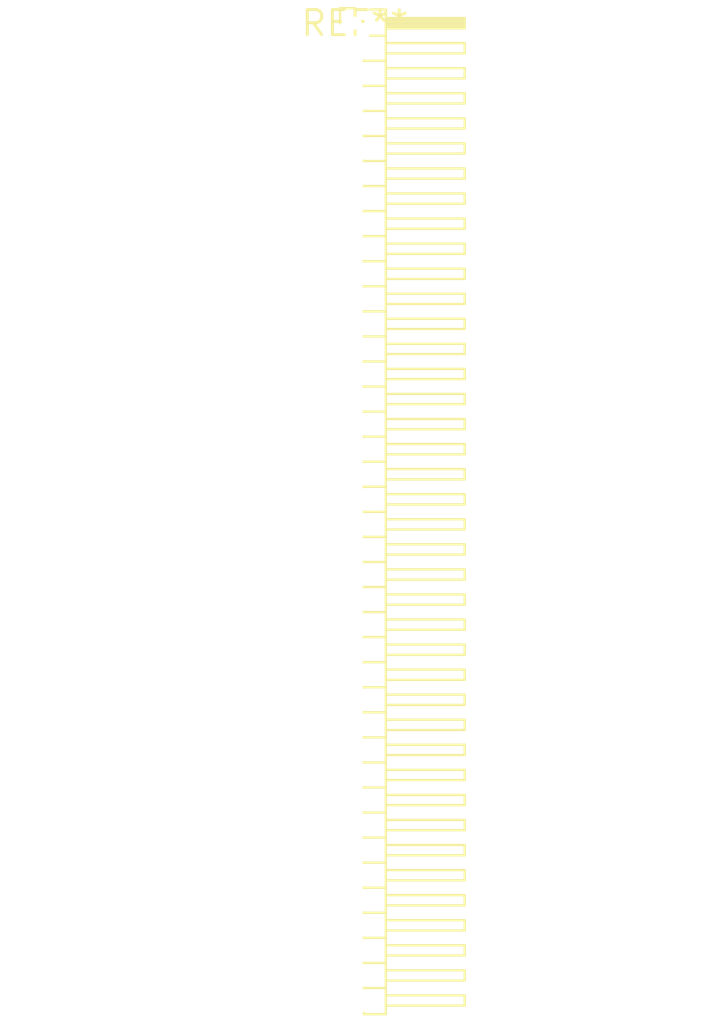
<source format=kicad_pcb>
(kicad_pcb (version 20240108) (generator pcbnew)
  (layers (0 "F.Cu" signal) (31 "B.Cu" signal) (34 "B.Paste" user) (35 "F.Paste" user) (36 "B.SilkS" user "B.Silkscreen") (37 "F.SilkS" user "F.Silkscreen") (38 "B.Mask" user) (39 "F.Mask" user) (44 "Edge.Cuts" user))
  (net 0 "")
  (footprint "PinHeader_1x40_P1.27mm_Horizontal" (layer "F.Cu") (at 0 0)
    (property "Reference" "REF**")
    (property "Value" "PinHeader_1x40_P1.27mm_Horizontal")
    (fp_line (start -0.76 -0.76) (end 0 -0.76) (layer "F.SilkS") (stroke (width 0.12)))
    (fp_line (start -0.76 0) (end -0.76 -0.76) (layer "F.SilkS") (stroke (width 0.12)))
    (fp_line (start 0.44 1.889677) (end 0.44 1.920323) (layer "F.SilkS") (stroke (width 0.12)))
    (fp_line (start 0.44 1.905) (end 1.56 1.905) (layer "F.SilkS") (stroke (width 0.12)))
    (fp_line (start 0.44 3.159677) (end 0.44 3.190323) (layer "F.SilkS") (stroke (width 0.12)))
    (fp_line (start 0.44 3.175) (end 1.56 3.175) (layer "F.SilkS") (stroke (width 0.12)))
    (fp_line (start 0.44 4.429677) (end 0.44 4.460323) (layer "F.SilkS") (stroke (width 0.12)))
    (fp_line (start 0.44 4.445) (end 1.56 4.445) (layer "F.SilkS") (stroke (width 0.12)))
    (fp_line (start 0.44 5.699677) (end 0.44 5.730323) (layer "F.SilkS") (stroke (width 0.12)))
    (fp_line (start 0.44 5.715) (end 1.56 5.715) (layer "F.SilkS") (stroke (width 0.12)))
    (fp_line (start 0.44 6.969677) (end 0.44 7.000323) (layer "F.SilkS") (stroke (width 0.12)))
    (fp_line (start 0.44 6.985) (end 1.56 6.985) (layer "F.SilkS") (stroke (width 0.12)))
    (fp_line (start 0.44 8.239677) (end 0.44 8.270323) (layer "F.SilkS") (stroke (width 0.12)))
    (fp_line (start 0.44 8.255) (end 1.56 8.255) (layer "F.SilkS") (stroke (width 0.12)))
    (fp_line (start 0.44 9.509677) (end 0.44 9.540323) (layer "F.SilkS") (stroke (width 0.12)))
    (fp_line (start 0.44 9.525) (end 1.56 9.525) (layer "F.SilkS") (stroke (width 0.12)))
    (fp_line (start 0.44 10.779677) (end 0.44 10.810323) (layer "F.SilkS") (stroke (width 0.12)))
    (fp_line (start 0.44 10.795) (end 1.56 10.795) (layer "F.SilkS") (stroke (width 0.12)))
    (fp_line (start 0.44 12.049677) (end 0.44 12.080323) (layer "F.SilkS") (stroke (width 0.12)))
    (fp_line (start 0.44 12.065) (end 1.56 12.065) (layer "F.SilkS") (stroke (width 0.12)))
    (fp_line (start 0.44 13.319677) (end 0.44 13.350323) (layer "F.SilkS") (stroke (width 0.12)))
    (fp_line (start 0.44 13.335) (end 1.56 13.335) (layer "F.SilkS") (stroke (width 0.12)))
    (fp_line (start 0.44 14.589677) (end 0.44 14.620323) (layer "F.SilkS") (stroke (width 0.12)))
    (fp_line (start 0.44 14.605) (end 1.56 14.605) (layer "F.SilkS") (stroke (width 0.12)))
    (fp_line (start 0.44 15.859677) (end 0.44 15.890323) (layer "F.SilkS") (stroke (width 0.12)))
    (fp_line (start 0.44 15.875) (end 1.56 15.875) (layer "F.SilkS") (stroke (width 0.12)))
    (fp_line (start 0.44 17.129677) (end 0.44 17.160323) (layer "F.SilkS") (stroke (width 0.12)))
    (fp_line (start 0.44 17.145) (end 1.56 17.145) (layer "F.SilkS") (stroke (width 0.12)))
    (fp_line (start 0.44 18.399677) (end 0.44 18.430323) (layer "F.SilkS") (stroke (width 0.12)))
    (fp_line (start 0.44 18.415) (end 1.56 18.415) (layer "F.SilkS") (stroke (width 0.12)))
    (fp_line (start 0.44 19.669677) (end 0.44 19.700323) (layer "F.SilkS") (stroke (width 0.12)))
    (fp_line (start 0.44 19.685) (end 1.56 19.685) (layer "F.SilkS") (stroke (width 0.12)))
    (fp_line (start 0.44 20.939677) (end 0.44 20.970323) (layer "F.SilkS") (stroke (width 0.12)))
    (fp_line (start 0.44 20.955) (end 1.56 20.955) (layer "F.SilkS") (stroke (width 0.12)))
    (fp_line (start 0.44 22.209677) (end 0.44 22.240323) (layer "F.SilkS") (stroke (width 0.12)))
    (fp_line (start 0.44 22.225) (end 1.56 22.225) (layer "F.SilkS") (stroke (width 0.12)))
    (fp_line (start 0.44 23.479677) (end 0.44 23.510323) (layer "F.SilkS") (stroke (width 0.12)))
    (fp_line (start 0.44 23.495) (end 1.56 23.495) (layer "F.SilkS") (stroke (width 0.12)))
    (fp_line (start 0.44 24.749677) (end 0.44 24.780323) (layer "F.SilkS") (stroke (width 0.12)))
    (fp_line (start 0.44 24.765) (end 1.56 24.765) (layer "F.SilkS") (stroke (width 0.12)))
    (fp_line (start 0.44 26.019677) (end 0.44 26.050323) (layer "F.SilkS") (stroke (width 0.12)))
    (fp_line (start 0.44 26.035) (end 1.56 26.035) (layer "F.SilkS") (stroke (width 0.12)))
    (fp_line (start 0.44 27.289677) (end 0.44 27.320323) (layer "F.SilkS") (stroke (width 0.12)))
    (fp_line (start 0.44 27.305) (end 1.56 27.305) (layer "F.SilkS") (stroke (width 0.12)))
    (fp_line (start 0.44 28.559677) (end 0.44 28.590323) (layer "F.SilkS") (stroke (width 0.12)))
    (fp_line (start 0.44 28.575) (end 1.56 28.575) (layer "F.SilkS") (stroke (width 0.12)))
    (fp_line (start 0.44 29.829677) (end 0.44 29.860323) (layer "F.SilkS") (stroke (width 0.12)))
    (fp_line (start 0.44 29.845) (end 1.56 29.845) (layer "F.SilkS") (stroke (width 0.12)))
    (fp_line (start 0.44 31.099677) (end 0.44 31.130323) (layer "F.SilkS") (stroke (width 0.12)))
    (fp_line (start 0.44 31.115) (end 1.56 31.115) (layer "F.SilkS") (stroke (width 0.12)))
    (fp_line (start 0.44 32.369677) (end 0.44 32.400323) (layer "F.SilkS") (stroke (width 0.12)))
    (fp_line (start 0.44 32.385) (end 1.56 32.385) (layer "F.SilkS") (stroke (width 0.12)))
    (fp_line (start 0.44 33.639677) (end 0.44 33.670323) (layer "F.SilkS") (stroke (width 0.12)))
    (fp_line (start 0.44 33.655) (end 1.56 33.655) (layer "F.SilkS") (stroke (width 0.12)))
    (fp_line (start 0.44 34.909677) (end 0.44 34.940323) (layer "F.SilkS") (stroke (width 0.12)))
    (fp_line (start 0.44 34.925) (end 1.56 34.925) (layer "F.SilkS") (stroke (width 0.12)))
    (fp_line (start 0.44 36.179677) (end 0.44 36.210323) (layer "F.SilkS") (stroke (width 0.12)))
    (fp_line (start 0.44 36.195) (end 1.56 36.195) (layer "F.SilkS") (stroke (width 0.12)))
    (fp_line (start 0.44 37.449677) (end 0.44 37.480323) (layer "F.SilkS") (stroke (width 0.12)))
    (fp_line (start 0.44 37.465) (end 1.56 37.465) (layer "F.SilkS") (stroke (width 0.12)))
    (fp_line (start 0.44 38.719677) (end 0.44 38.750323) (layer "F.SilkS") (stroke (width 0.12)))
    (fp_line (start 0.44 38.735) (end 1.56 38.735) (layer "F.SilkS") (stroke (width 0.12)))
    (fp_line (start 0.44 39.989677) (end 0.44 40.020323) (layer "F.SilkS") (stroke (width 0.12)))
    (fp_line (start 0.44 40.005) (end 1.56 40.005) (layer "F.SilkS") (stroke (width 0.12)))
    (fp_line (start 0.44 41.259677) (end 0.44 41.290323) (layer "F.SilkS") (stroke (width 0.12)))
    (fp_line (start 0.44 41.275) (end 1.56 41.275) (layer "F.SilkS") (stroke (width 0.12)))
    (fp_line (start 0.44 42.529677) (end 0.44 42.560323) (layer "F.SilkS") (stroke (width 0.12)))
    (fp_line (start 0.44 42.545) (end 1.56 42.545) (layer "F.SilkS") (stroke (width 0.12)))
    (fp_line (start 0.44 43.799677) (end 0.44 43.830323) (layer "F.SilkS") (stroke (width 0.12)))
    (fp_line (start 0.44 43.815) (end 1.56 43.815) (layer "F.SilkS") (stroke (width 0.12)))
    (fp_line (start 0.44 45.069677) (end 0.44 45.100323) (layer "F.SilkS") (stroke (width 0.12)))
    (fp_line (start 0.44 45.085) (end 1.56 45.085) (layer "F.SilkS") (stroke (width 0.12)))
    (fp_line (start 0.44 46.339677) (end 0.44 46.370323) (layer "F.SilkS") (stroke (width 0.12)))
    (fp_line (start 0.44 46.355) (end 1.56 46.355) (layer "F.SilkS") (stroke (width 0.12)))
    (fp_line (start 0.44 47.609677) (end 0.44 47.640323) (layer "F.SilkS") (stroke (width 0.12)))
    (fp_line (start 0.44 47.625) (end 1.56 47.625) (layer "F.SilkS") (stroke (width 0.12)))
    (fp_line (start 0.44 48.879677) (end 0.44 48.910323) (layer "F.SilkS") (stroke (width 0.12)))
    (fp_line (start 0.44 48.895) (end 1.56 48.895) (layer "F.SilkS") (stroke (width 0.12)))
    (fp_line (start 0.44 50.225) (end 0.44 50.149677) (layer "F.SilkS") (stroke (width 0.12)))
    (fp_line (start 0.76 -0.695) (end 1.56 -0.695) (layer "F.SilkS") (stroke (width 0.12)))
    (fp_line (start 0.76 0.635) (end 1.56 0.635) (layer "F.SilkS") (stroke (width 0.12)))
    (fp_line (start 1.56 -0.695) (end 1.56 50.225) (layer "F.SilkS") (stroke (width 0.12)))
    (fp_line (start 1.56 -0.26) (end 5.56 -0.26) (layer "F.SilkS") (stroke (width 0.12)))
    (fp_line (start 1.56 -0.2) (end 5.56 -0.2) (layer "F.SilkS") (stroke (width 0.12)))
    (fp_line (start 1.56 -0.08) (end 5.56 -0.08) (layer "F.SilkS") (stroke (width 0.12)))
    (fp_line (start 1.56 0.04) (end 5.56 0.04) (layer "F.SilkS") (stroke (width 0.12)))
    (fp_line (start 1.56 0.16) (end 5.56 0.16) (layer "F.SilkS") (stroke (width 0.12)))
    (fp_line (start 1.56 1.01) (end 5.56 1.01) (layer "F.SilkS") (stroke (width 0.12)))
    (fp_line (start 1.56 2.28) (end 5.56 2.28) (layer "F.SilkS") (stroke (width 0.12)))
    (fp_line (start 1.56 3.55) (end 5.56 3.55) (layer "F.SilkS") (stroke (width 0.12)))
    (fp_line (start 1.56 4.82) (end 5.56 4.82) (layer "F.SilkS") (stroke (width 0.12)))
    (fp_line (start 1.56 6.09) (end 5.56 6.09) (layer "F.SilkS") (stroke (width 0.12)))
    (fp_line (start 1.56 7.36) (end 5.56 7.36) (layer "F.SilkS") (stroke (width 0.12)))
    (fp_line (start 1.56 8.63) (end 5.56 8.63) (layer "F.SilkS") (stroke (width 0.12)))
    (fp_line (start 1.56 9.9) (end 5.56 9.9) (layer "F.SilkS") (stroke (width 0.12)))
    (fp_line (start 1.56 11.17) (end 5.56 11.17) (layer "F.SilkS") (stroke (width 0.12)))
    (fp_line (start 1.56 12.44) (end 5.56 12.44) (layer "F.SilkS") (stroke (width 0.12)))
    (fp_line (start 1.56 13.71) (end 5.56 13.71) (layer "F.SilkS") (stroke (width 0.12)))
    (fp_line (start 1.56 14.98) (end 5.56 14.98) (layer "F.SilkS") (stroke (width 0.12)))
    (fp_line (start 1.56 16.25) (end 5.56 16.25) (layer "F.SilkS") (stroke (width 0.12)))
    (fp_line (start 1.56 17.52) (end 5.56 17.52) (layer "F.SilkS") (stroke (width 0.12)))
    (fp_line (start 1.56 18.79) (end 5.56 18.79) (layer "F.SilkS") (stroke (width 0.12)))
    (fp_line (start 1.56 20.06) (end 5.56 20.06) (layer "F.SilkS") (stroke (width 0.12)))
    (fp_line (start 1.56 21.33) (end 5.56 21.33) (layer "F.SilkS") (stroke (width 0.12)))
    (fp_line (start 1.56 22.6) (end 5.56 22.6) (layer "F.SilkS") (stroke (width 0.12)))
    (fp_line (start 1.56 23.87) (end 5.56 23.87) (layer "F.SilkS") (stroke (width 0.12)))
    (fp_line (start 1.56 25.14) (end 5.56 25.14) (layer "F.SilkS") (stroke (width 0.12)))
    (fp_line (start 1.56 26.41) (end 5.56 26.41) (layer "F.SilkS") (stroke (width 0.12)))
    (fp_line (start 1.56 27.68) (end 5.56 27.68) (layer "F.SilkS") (stroke (width 0.12)))
    (fp_line (start 1.56 28.95) (end 5.56 28.95) (layer "F.SilkS") (stroke (width 0.12)))
    (fp_line (start 1.56 30.22) (end 5.56 30.22) (layer "F.SilkS") (stroke (width 0.12)))
    (fp_line (start 1.56 31.49) (end 5.56 31.49) (layer "F.SilkS") (stroke (width 0.12)))
    (fp_line (start 1.56 32.76) (end 5.56 32.76) (layer "F.SilkS") (stroke (width 0.12)))
    (fp_line (start 1.56 34.03) (end 5.56 34.03) (layer "F.SilkS") (stroke (width 0.12)))
    (fp_line (start 1.56 35.3) (end 5.56 35.3) (layer "F.SilkS") (stroke (width 0.12)))
    (fp_line (start 1.56 36.57) (end 5.56 36.57) (layer "F.SilkS") (stroke (width 0.12)))
    (fp_line (start 1.56 37.84) (end 5.56 37.84) (layer "F.SilkS") (stroke (width 0.12)))
    (fp_line (start 1.56 39.11) (end 5.56 39.11) (layer "F.SilkS") (stroke (width 0.12)))
    (fp_line (start 1.56 40.38) (end 5.56 40.38) (layer "F.SilkS") (stroke (width 0.12)))
    (fp_line (start 1.56 41.65) (end 5.56 41.65) (layer "F.SilkS") (stroke (width 0.12)))
    (fp_line (start 1.56 42.92) (end 5.56 42.92) (layer "F.SilkS") (stroke (width 0.12)))
    (fp_line (start 1.56 44.19) (end 5.56 44.19) (layer "F.SilkS") (stroke (width 0.12)))
    (fp_line (start 1.56 45.46) (end 5.56 45.46) (layer "F.SilkS") (stroke (width 0.12)))
    (fp_line (start 1.56 46.73) (end 5.56 46.73) (layer "F.SilkS") (stroke (width 0.12)))
    (fp_line (start 1.56 48) (end 5.56 48) (layer "F.SilkS") (stroke (width 0.12)))
    (fp_line (start 1.56 49.27) (end 5.56 49.27) (layer "F.SilkS") (stroke (width 0.12)))
    (fp_line (start 1.56 50.225) (end 0.44 50.225) (layer "F.SilkS") (stroke (width 0.12)))
    (fp_line (start 5.56 -0.26) (end 5.56 0.26) (layer "F.SilkS") (stroke (width 0.12)))
    (fp_line (start 5.56 0.26) (end 1.56 0.26) (layer "F.SilkS") (stroke (width 0.12)))
    (fp_line (start 5.56 1.01) (end 5.56 1.53) (layer "F.SilkS") (stroke (width 0.12)))
    (fp_line (start 5.56 1.53) (end 1.56 1.53) (layer "F.SilkS") (stroke (width 0.12)))
    (fp_line (start 5.56 2.28) (end 5.56 2.8) (layer "F.SilkS") (stroke (width 0.12)))
    (fp_line (start 5.56 2.8) (end 1.56 2.8) (layer "F.SilkS") (stroke (width 0.12)))
    (fp_line (start 5.56 3.55) (end 5.56 4.07) (layer "F.SilkS") (stroke (width 0.12)))
    (fp_line (start 5.56 4.07) (end 1.56 4.07) (layer "F.SilkS") (stroke (width 0.12)))
    (fp_line (start 5.56 4.82) (end 5.56 5.34) (layer "F.SilkS") (stroke (width 0.12)))
    (fp_line (start 5.56 5.34) (end 1.56 5.34) (layer "F.SilkS") (stroke (width 0.12)))
    (fp_line (start 5.56 6.09) (end 5.56 6.61) (layer "F.SilkS") (stroke (width 0.12)))
    (fp_line (start 5.56 6.61) (end 1.56 6.61) (layer "F.SilkS") (stroke (width 0.12)))
    (fp_line (start 5.56 7.36) (end 5.56 7.88) (layer "F.SilkS") (stroke (width 0.12)))
    (fp_line (start 5.56 7.88) (end 1.56 7.88) (layer "F.SilkS") (stroke (width 0.12)))
    (fp_line (start 5.56 8.63) (end 5.56 9.15) (layer "F.SilkS") (stroke (width 0.12)))
    (fp_line (start 5.56 9.15) (end 1.56 9.15) (layer "F.SilkS") (stroke (width 0.12)))
    (fp_line (start 5.56 9.9) (end 5.56 10.42) (layer "F.SilkS") (stroke (width 0.12)))
    (fp_line (start 5.56 10.42) (end 1.56 10.42) (layer "F.SilkS") (stroke (width 0.12)))
    (fp_line (start 5.56 11.17) (end 5.56 11.69) (layer "F.SilkS") (stroke (width 0.12)))
    (fp_line (start 5.56 11.69) (end 1.56 11.69) (layer "F.SilkS") (stroke (width 0.12)))
    (fp_line (start 5.56 12.44) (end 5.56 12.96) (layer "F.SilkS") (stroke (width 0.12)))
    (fp_line (start 5.56 12.96) (end 1.56 12.96) (layer "F.SilkS") (stroke (width 0.12)))
    (fp_line (start 5.56 13.71) (end 5.56 14.23) (layer "F.SilkS") (stroke (width 0.12)))
    (fp_line (start 5.56 14.23) (end 1.56 14.23) (layer "F.SilkS") (stroke (width 0.12)))
    (fp_line (start 5.56 14.98) (end 5.56 15.5) (layer "F.SilkS") (stroke (width 0.12)))
    (fp_line (start 5.56 15.5) (end 1.56 15.5) (layer "F.SilkS") (stroke (width 0.12)))
    (fp_line (start 5.56 16.25) (end 5.56 16.77) (layer "F.SilkS") (stroke (width 0.12)))
    (fp_line (start 5.56 16.77) (end 1.56 16.77) (layer "F.SilkS") (stroke (width 0.12)))
    (fp_line (start 5.56 17.52) (end 5.56 18.04) (layer "F.SilkS") (stroke (width 0.12)))
    (fp_line (start 5.56 18.04) (end 1.56 18.04) (layer "F.SilkS") (stroke (width 0.12)))
    (fp_line (start 5.56 18.79) (end 5.56 19.31) (layer "F.SilkS") (stroke (width 0.12)))
    (fp_line (start 5.56 19.31) (end 1.56 19.31) (layer "F.SilkS") (stroke (width 0.12)))
    (fp_line (start 5.56 20.06) (end 5.56 20.58) (layer "F.SilkS") (stroke (width 0.12)))
    (fp_line (start 5.56 20.58) (end 1.56 20.58) (layer "F.SilkS") (stroke (width 0.12)))
    (fp_line (start 5.56 21.33) (end 5.56 21.85) (layer "F.SilkS") (stroke (width 0.12)))
    (fp_line (start 5.56 21.85) (end 1.56 21.85) (layer "F.SilkS") (stroke (width 0.12)))
    (fp_line (start 5.56 22.6) (end 5.56 23.12) (layer "F.SilkS") (stroke (width 0.12)))
    (fp_line (start 5.56 23.12) (end 1.56 23.12) (layer "F.SilkS") (stroke (width 0.12)))
    (fp_line (start 5.56 23.87) (end 5.56 24.39) (layer "F.SilkS") (stroke (width 0.12)))
    (fp_line (start 5.56 24.39) (end 1.56 24.39) (layer "F.SilkS") (stroke (width 0.12)))
    (fp_line (start 5.56 25.14) (end 5.56 25.66) (layer "F.SilkS") (stroke (width 0.12)))
    (fp_line (start 5.56 25.66) (end 1.56 25.66) (layer "F.SilkS") (stroke (width 0.12)))
    (fp_line (start 5.56 26.41) (end 5.56 26.93) (layer "F.SilkS") (stroke (width 0.12)))
    (fp_line (start 5.56 26.93) (end 1.56 26.93) (layer "F.SilkS") (stroke (width 0.12)))
    (fp_line (start 5.56 27.68) (end 5.56 28.2) (layer "F.SilkS") (stroke (width 0.12)))
    (fp_line (start 5.56 28.2) (end 1.56 28.2) (layer "F.SilkS") (stroke (width 0.12)))
    (fp_line (start 5.56 28.95) (end 5.56 29.47) (layer "F.SilkS") (stroke (width 0.12)))
    (fp_line (start 5.56 29.47) (end 1.56 29.47) (layer "F.SilkS") (stroke (width 0.12)))
    (fp_line (start 5.56 30.22) (end 5.56 30.74) (layer "F.SilkS") (stroke (width 0.12)))
    (fp_line (start 5.56 30.74) (end 1.56 30.74) (layer "F.SilkS") (stroke (width 0.12)))
    (fp_line (start 5.56 31.49) (end 5.56 32.01) (layer "F.SilkS") (stroke (width 0.12)))
    (fp_line (start 5.56 32.01) (end 1.56 32.01) (layer "F.SilkS") (stroke (width 0.12)))
    (fp_line (start 5.56 32.76) (end 5.56 33.28) (layer "F.SilkS") (stroke (width 0.12)))
    (fp_line (start 5.56 33.28) (end 1.56 33.28) (layer "F.SilkS") (stroke (width 0.12)))
    (fp_line (start 5.56 34.03) (end 5.56 34.55) (layer "F.SilkS") (stroke (width 0.12)))
    (fp_line (start 5.56 34.55) (end 1.56 34.55) (layer "F.SilkS") (stroke (width 0.12)))
    (fp_line (start 5.56 35.3) (end 5.56 35.82) (layer "F.SilkS") (stroke (width 0.12)))
    (fp_line (start 5.56 35.82) (end 1.56 35.82) (layer "F.SilkS") (stroke (width 0.12)))
    (fp_line (start 5.56 36.57) (end 5.56 37.09) (layer "F.SilkS") (stroke (width 0.12)))
    (fp_line (start 5.56 37.09) (end 1.56 37.09) (layer "F.SilkS") (stroke (width 0.12)))
    (fp_line (start 5.56 37.84) (end 5.56 38.36) (layer "F.SilkS") (stroke (width 0.12)))
    (fp_line (start 5.56 38.36) (end 1.56 38.36) (layer "F.SilkS") (stroke (width 0.12)))
    (fp_line (start 5.56 39.11) (end 5.56 39.63) (layer "F.SilkS") (stroke (width 0.12)))
    (fp_line (start 5.56 39.63) (end 1.56 39.63) (layer "F.SilkS") (stroke (width 0.12)))
    (fp_line (start 5.56 40.38) (end 5.56 40.9) (layer "F.SilkS") (stroke (width 0.12)))
    (fp_line (start 5.56 40.9) (end 1.56 40.9) (layer "F.SilkS") (stroke (width 0.12)))
    (fp_line (start 5.56 41.65) (end 5.56 42.17) (layer "F.SilkS") (stroke (width 0.12)))
    (fp_line (start 5.56 42.17) (end 1.56 42.17) (layer "F.SilkS") (stroke (width 0.12)))
    (fp_line (start 5.56 42.92) (end 5.56 43.44) (layer "F.SilkS") (stroke (width 0.12)))
    (fp_line (start 5.56 43.44) (end 1.56 43.44) (layer "F.SilkS") (stroke (width 0.12)))
    (fp_line (start 5.56 44.19) (end 5.56 44.71) (layer "F.SilkS") (stroke (width 0.12)))
    (fp_line (start 5.56 44.71) (end 1.56 44.71) (layer "F.SilkS") (stroke (width 0.12)))
    (fp_line (start 5.56 45.46) (end 5.56 45.98) (layer "F.SilkS") (stroke (width 0.12)))
    (fp_line (start 5.56 45.98) (end 1.56 45.98) (layer "F.SilkS") (stroke (width 0.12)))
    (fp_line (start 5.56 46.73) (end 5.56 47.25) (layer "F.SilkS") (stroke (width 0.12)))
    (fp_line (start 5.56 47.25) (end 1.56 47.25) (layer "F.SilkS") (stroke (width 0.12)))
    (fp_line (start 5.56 48) (end 5.56 48.52) (layer "F.SilkS") (stroke (width 0.12)))
    (fp_line (start 5.56 48.52) (end 1.56 48.52) (layer "F.SilkS") (stroke (width 0.12)))
    (fp_line (start 5.56 49.27) (end 5.56 49.79) (layer "F.SilkS") (stroke (width 0.12)))
    (fp_line (start 5.56 49.79) (end 1.56 49.79) (layer "F.SilkS") (stroke (width 0.12)))
    (pad "1" thru_hole rect (at 0 0) (size 1 1) (drill 0.65) (layers *.Cu *.Mask) (remove_unused_layers))
    (pad "2" thru_hole oval (at 0 1.27) (size 1 1) (drill 0.65) (layers *.Cu *.Mask) (remove_unused_layers))
    (pad "3" thru_hole oval (at 0 2.54) (size 1 1) (drill 0.65) (layers *.Cu *.Mask) (remove_unused_layers))
    (pad "4" thru_hole oval (at 0 3.81) (size 1 1) (drill 0.65) (layers *.Cu *.Mask) (remove_unused_layers))
    (pad "5" thru_hole oval (at 0 5.08) (size 1 1) (drill 0.65) (layers *.Cu *.Mask) (remove_unused_layers))
    (pad "6" thru_hole oval (at 0 6.35) (size 1 1) (drill 0.65) (layers *.Cu *.Mask) (remove_unused_layers))
    (pad "7" thru_hole oval (at 0 7.62) (size 1 1) (drill 0.65) (layers *.Cu *.Mask) (remove_unused_layers))
    (pad "8" thru_hole oval (at 0 8.89) (size 1 1) (drill 0.65) (layers *.Cu *.Mask) (remove_unused_layers))
    (pad "9" thru_hole oval (at 0 10.16) (size 1 1) (drill 0.65) (layers *.Cu *.Mask) (remove_unused_layers))
    (pad "10" thru_hole oval (at 0 11.43) (size 1 1) (drill 0.65) (layers *.Cu *.Mask) (remove_unused_layers))
    (pad "11" thru_hole oval (at 0 12.7) (size 1 1) (drill 0.65) (layers *.Cu *.Mask) (remove_unused_layers))
    (pad "12" thru_hole oval (at 0 13.97) (size 1 1) (drill 0.65) (layers *.Cu *.Mask) (remove_unused_layers))
    (pad "13" thru_hole oval (at 0 15.24) (size 1 1) (drill 0.65) (layers *.Cu *.Mask) (remove_unused_layers))
    (pad "14" thru_hole oval (at 0 16.51) (size 1 1) (drill 0.65) (layers *.Cu *.Mask) (remove_unused_layers))
    (pad "15" thru_hole oval (at 0 17.78) (size 1 1) (drill 0.65) (layers *.Cu *.Mask) (remove_unused_layers))
    (pad "16" thru_hole oval (at 0 19.05) (size 1 1) (drill 0.65) (layers *.Cu *.Mask) (remove_unused_layers))
    (pad "17" thru_hole oval (at 0 20.32) (size 1 1) (drill 0.65) (layers *.Cu *.Mask) (remove_unused_layers))
    (pad "18" thru_hole oval (at 0 21.59) (size 1 1) (drill 0.65) (layers *.Cu *.Mask) (remove_unused_layers))
    (pad "19" thru_hole oval (at 0 22.86) (size 1 1) (drill 0.65) (layers *.Cu *.Mask) (remove_unused_layers))
    (pad "20" thru_hole oval (at 0 24.13) (size 1 1) (drill 0.65) (layers *.Cu *.Mask) (remove_unused_layers))
    (pad "21" thru_hole oval (at 0 25.4) (size 1 1) (drill 0.65) (layers *.Cu *.Mask) (remove_unused_layers))
    (pad "22" thru_hole oval (at 0 26.67) (size 1 1) (drill 0.65) (layers *.Cu *.Mask) (remove_unused_layers))
    (pad "23" thru_hole oval (at 0 27.94) (size 1 1) (drill 0.65) (layers *.Cu *.Mask) (remove_unused_layers))
    (pad "24" thru_hole oval (at 0 29.21) (size 1 1) (drill 0.65) (layers *.Cu *.Mask) (remove_unused_layers))
    (pad "25" thru_hole oval (at 0 30.48) (size 1 1) (drill 0.65) (layers *.Cu *.Mask) (remove_unused_layers))
    (pad "26" thru_hole oval (at 0 31.75) (size 1 1) (drill 0.65) (layers *.Cu *.Mask) (remove_unused_layers))
    (pad "27" thru_hole oval (at 0 33.02) (size 1 1) (drill 0.65) (layers *.Cu *.Mask) (remove_unused_layers))
    (pad "28" thru_hole oval (at 0 34.29) (size 1 1) (drill 0.65) (layers *.Cu *.Mask) (remove_unused_layers))
    (pad "29" thru_hole oval (at 0 35.56) (size 1 1) (drill 0.65) (layers *.Cu *.Mask) (remove_unused_layers))
    (pad "30" thru_hole oval (at 0 36.83) (size 1 1) (drill 0.65) (layers *.Cu *.Mask) (remove_unused_layers))
    (pad "31" thru_hole oval (at 0 38.1) (size 1 1) (drill 0.65) (layers *.Cu *.Mask) (remove_unused_layers))
    (pad "32" thru_hole oval (at 0 39.37) (size 1 1) (drill 0.65) (layers *.Cu *.Mask) (remove_unused_layers))
    (pad "33" thru_hole oval (at 0 40.64) (size 1 1) (drill 0.65) (layers *.Cu *.Mask) (remove_unused_layers))
    (pad "34" thru_hole oval (at 0 41.91) (size 1 1) (drill 0.65) (layers *.Cu *.Mask) (remove_unused_layers))
    (pad "35" thru_hole oval (at 0 43.18) (size 1 1) (drill 0.65) (layers *.Cu *.Mask) (remove_unused_layers))
    (pad "36" thru_hole oval (at 0 44.45) (size 1 1) (drill 0.65) (layers *.Cu *.Mask) (remove_unused_layers))
    (pad "37" thru_hole oval (at 0 45.72) (size 1 1) (drill 0.65) (layers *.Cu *.Mask) (remove_unused_layers))
    (pad "38" thru_hole oval (at 0 46.99) (size 1 1) (drill 0.65) (layers *.Cu *.Mask) (remove_unused_layers))
    (pad "39" thru_hole oval (at 0 48.26) (size 1 1) (drill 0.65) (layers *.Cu *.Mask) (remove_unused_layers))
    (pad "40" thru_hole oval (at 0 49.53) (size 1 1) (drill 0.65) (layers *.Cu *.Mask) (remove_unused_layers))
  )
)
</source>
